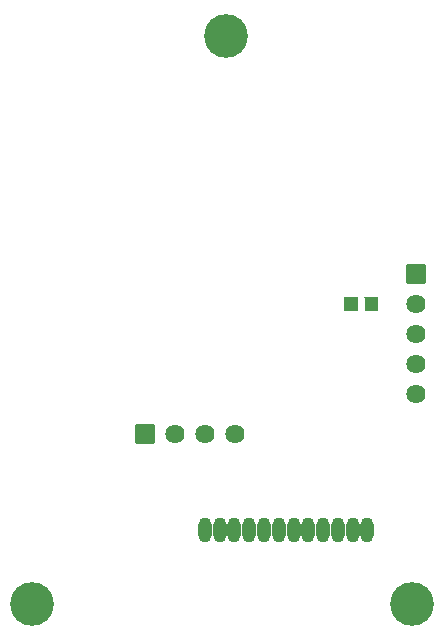
<source format=gbs>
G04 Layer: BottomSolderMaskLayer*
G04 EasyEDA v6.5.22, 2022-12-22 11:17:51*
G04 ce4e8ce13fa74190b801a80eed42a14c,57500b8d1a72451d9db585c8b3981418,10*
G04 Gerber Generator version 0.2*
G04 Scale: 100 percent, Rotated: No, Reflected: No *
G04 Dimensions in inches *
G04 leading zeros omitted , absolute positions ,3 integer and 6 decimal *
%FSLAX36Y36*%
%MOIN*%

%AMMACRO1*4,1,32,-0.0197,-0.0237,-0.0203,-0.0236,-0.0209,-0.0233,-0.0213,-0.0229,-0.0216,-0.0223,-0.0217,-0.0217,-0.0217,-0.0216,-0.0217,0.0217,-0.0217,0.0216,-0.0216,0.0222,-0.0213,0.0228,-0.0209,0.0232,-0.0203,0.0235,-0.0197,0.0236,-0.0197,0.0237,0.0197,0.0237,0.0197,0.0236,0.0203,0.0235,0.0209,0.0232,0.0213,0.0228,0.0216,0.0222,0.0217,0.0216,0.0217,0.0217,0.0217,-0.0216,0.0217,-0.0217,0.0216,-0.0223,0.0213,-0.0229,0.0209,-0.0233,0.0203,-0.0236,0.0197,-0.0237,0.0197,-0.0236,-0.0197,-0.0236,-0.0197,-0.0237,0*%
%AMMACRO2*4,1,32,-0.0197,-0.0237,-0.0203,-0.0236,-0.0209,-0.0233,-0.0213,-0.0229,-0.0216,-0.0223,-0.0217,-0.0217,-0.0216,-0.0216,-0.0216,0.0217,-0.0217,0.0216,-0.0216,0.0222,-0.0213,0.0228,-0.0209,0.0232,-0.0203,0.0235,-0.0197,0.0236,-0.0196,0.0237,0.0197,0.0237,0.0197,0.0236,0.0203,0.0235,0.0209,0.0232,0.0213,0.0228,0.0216,0.0222,0.0217,0.0216,0.0217,0.0217,0.0217,-0.0216,0.0217,-0.0217,0.0216,-0.0223,0.0213,-0.0229,0.0209,-0.0233,0.0203,-0.0236,0.0197,-0.0237,0.0197,-0.0236,-0.0196,-0.0236,-0.0197,-0.0237,0*%
%AMMACRO3*1,1,$1,$2,$3*1,1,$1,$4,$5*1,1,$1,0-$2,0-$3*1,1,$1,0-$4,0-$5*20,1,$1,$2,$3,$4,$5,0*20,1,$1,$4,$5,0-$2,0-$3,0*20,1,$1,0-$2,0-$3,0-$4,0-$5,0*20,1,$1,0-$4,0-$5,$2,$3,0*4,1,4,$2,$3,$4,$5,0-$2,0-$3,0-$4,0-$5,$2,$3,0*%
%ADD10MACRO1*%
%ADD11MACRO2*%
%ADD12MACRO3,0.004X-0.03X0.03X0.03X0.03*%
%ADD13C,0.0640*%
%ADD14O,0.04369X0.08337*%
%ADD15MACRO3,0.004X-0.03X-0.03X-0.03X0.03*%
%ADD16C,0.1457*%

%LPD*%
D10*
G01*
X1167305Y1085835D03*
D11*
G01*
X1234245Y1085835D03*
D12*
G01*
X1381890Y1185820D03*
D13*
G01*
X1381890Y1085820D03*
G01*
X1381890Y985819D03*
G01*
X1381890Y885819D03*
G01*
X1381890Y785830D03*
D14*
G01*
X679330Y329210D03*
G01*
X728540Y329210D03*
G01*
X777760Y329210D03*
G01*
X826970Y329210D03*
G01*
X876180Y329210D03*
G01*
X925390Y329210D03*
G01*
X974610Y329210D03*
G01*
X1023820Y329210D03*
G01*
X1073030Y329210D03*
G01*
X1122240Y329210D03*
G01*
X1171460Y329210D03*
G01*
X1220670Y329210D03*
D15*
G01*
X480000Y650010D03*
D13*
G01*
X580000Y650010D03*
G01*
X680000Y650000D03*
G01*
X780000Y650000D03*
D16*
G01*
X104330Y84650D03*
G01*
X1368500Y84650D03*
G01*
X748420Y1975980D03*
M02*

</source>
